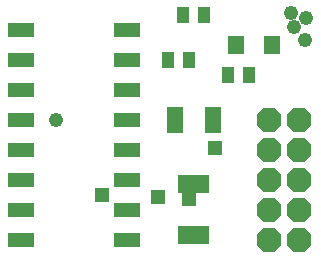
<source format=gts>
G75*
%MOIN*%
%OFA0B0*%
%FSLAX25Y25*%
%IPPOS*%
%LPD*%
%AMOC8*
5,1,8,0,0,1.08239X$1,22.5*
%
%ADD10R,0.03950X0.05524*%
%ADD11R,0.05524X0.08674*%
%ADD12OC8,0.08200*%
%ADD13R,0.05524X0.06312*%
%ADD14R,0.08700X0.05100*%
%ADD15R,0.02500X0.06400*%
%ADD16C,0.04800*%
%ADD17R,0.04762X0.04762*%
D10*
X0077457Y0066000D03*
X0084543Y0066000D03*
X0064543Y0071000D03*
X0057457Y0071000D03*
X0062457Y0086000D03*
X0069543Y0086000D03*
D11*
X0072299Y0051000D03*
X0059701Y0051000D03*
D12*
X0091000Y0051000D03*
X0101000Y0051000D03*
X0101000Y0041000D03*
X0091000Y0041000D03*
X0091000Y0031000D03*
X0101000Y0031000D03*
X0101000Y0021000D03*
X0091000Y0021000D03*
X0091000Y0011000D03*
X0101000Y0011000D03*
D13*
X0091906Y0076000D03*
X0080094Y0076000D03*
D14*
X0008300Y0011000D03*
X0008300Y0021000D03*
X0008300Y0031000D03*
X0008300Y0041000D03*
X0008300Y0051000D03*
X0008300Y0061000D03*
X0008300Y0071000D03*
X0008300Y0081000D03*
X0043700Y0081000D03*
X0043700Y0071000D03*
X0043700Y0061000D03*
X0043700Y0051000D03*
X0043700Y0041000D03*
X0043700Y0031000D03*
X0043700Y0021000D03*
X0043700Y0011000D03*
D15*
X0062161Y0012450D03*
X0064720Y0012450D03*
X0067280Y0012450D03*
X0069839Y0012450D03*
X0069839Y0029550D03*
X0067280Y0029550D03*
X0064720Y0029550D03*
X0062161Y0029550D03*
D16*
X0020000Y0051000D03*
X0098300Y0086400D03*
X0099550Y0082000D03*
X0103400Y0084800D03*
X0103050Y0077650D03*
D17*
X0073000Y0041350D03*
X0054100Y0025250D03*
X0064450Y0024650D03*
X0035250Y0025800D03*
M02*

</source>
